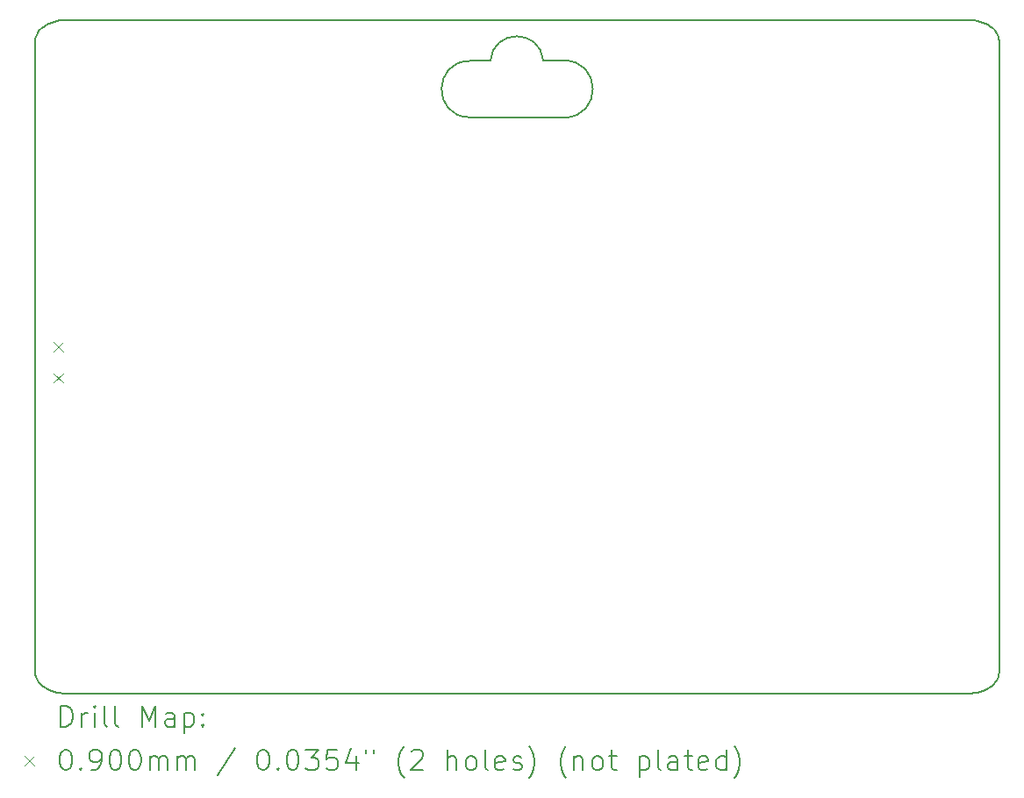
<source format=gbr>
%FSLAX45Y45*%
G04 Gerber Fmt 4.5, Leading zero omitted, Abs format (unit mm)*
G04 Created by KiCad (PCBNEW (6.0.0)) date 2022-05-24 10:02:27*
%MOMM*%
%LPD*%
G01*
G04 APERTURE LIST*
%TA.AperFunction,Profile*%
%ADD10C,0.150000*%
%TD*%
%ADD11C,0.200000*%
%TA.AperFunction,Profile*%
%ADD12C,0.200000*%
%TD*%
%ADD13C,0.090000*%
G04 APERTURE END LIST*
D10*
X15703662Y-6532487D02*
X15502662Y-6531487D01*
D11*
X19900999Y-12441083D02*
X19899456Y-12461785D01*
X19894925Y-12481876D01*
X19887556Y-12501256D01*
X19877496Y-12519825D01*
X19864894Y-12537482D01*
X19849899Y-12554129D01*
X19832660Y-12569665D01*
X19813324Y-12583990D01*
X19792041Y-12597004D01*
X19768958Y-12608607D01*
X19744225Y-12618699D01*
X19717990Y-12627181D01*
X19690401Y-12633951D01*
X19661607Y-12638911D01*
X19631757Y-12641961D01*
X19600999Y-12642999D01*
X19600999Y-6143000D02*
X19631757Y-6144039D01*
X19661607Y-6147088D01*
X19690401Y-6152048D01*
X19717990Y-6158819D01*
X19744225Y-6167300D01*
X19768958Y-6177393D01*
X19792041Y-6188996D01*
X19813324Y-6202010D01*
X19832660Y-6216335D01*
X19849899Y-6231871D01*
X19864894Y-6248517D01*
X19877496Y-6266175D01*
X19887556Y-6284744D01*
X19894925Y-6304123D01*
X19899456Y-6324214D01*
X19900999Y-6344916D01*
D12*
X10901000Y-6143000D02*
X10901000Y-6143000D01*
D10*
X15502662Y-6531487D02*
G75*
G03*
X14992662Y-6536487I-254802J-22701D01*
G01*
D11*
X10901000Y-12642999D02*
X10870242Y-12641961D01*
X10840392Y-12638911D01*
X10811598Y-12633951D01*
X10784009Y-12627181D01*
X10757774Y-12618699D01*
X10733041Y-12608607D01*
X10709958Y-12597004D01*
X10688675Y-12583990D01*
X10669339Y-12569665D01*
X10652099Y-12554129D01*
X10637104Y-12537482D01*
X10624503Y-12519825D01*
X10614443Y-12501256D01*
X10607073Y-12481876D01*
X10602543Y-12461785D01*
X10601000Y-12441083D01*
D12*
X19600999Y-12642999D02*
X10901000Y-12642999D01*
D10*
X15709662Y-7083487D02*
G75*
G03*
X15703662Y-6532487I-4164J275487D01*
G01*
D12*
X19900999Y-6344916D02*
X19900999Y-12441083D01*
D11*
X10601000Y-6344916D02*
X10602543Y-6324214D01*
X10607073Y-6304123D01*
X10614443Y-6284744D01*
X10624503Y-6266175D01*
X10637104Y-6248517D01*
X10652099Y-6231871D01*
X10669339Y-6216335D01*
X10688675Y-6202010D01*
X10709958Y-6188996D01*
X10733041Y-6177393D01*
X10757774Y-6167300D01*
X10784009Y-6158819D01*
X10811598Y-6152048D01*
X10840392Y-6147088D01*
X10870242Y-6144039D01*
X10901000Y-6143000D01*
D10*
X14791667Y-6536481D02*
X14992662Y-6536487D01*
X14791667Y-6536481D02*
G75*
G03*
X14786662Y-7080487I1529J-272040D01*
G01*
D12*
X10601000Y-12441083D02*
X10601000Y-6344916D01*
D10*
X15709662Y-7083487D02*
X14786662Y-7080487D01*
D12*
X10901000Y-6143000D02*
X19600999Y-6143000D01*
D11*
D13*
X10781400Y-9251260D02*
X10871400Y-9341260D01*
X10871400Y-9251260D02*
X10781400Y-9341260D01*
X10781400Y-9551260D02*
X10871400Y-9641260D01*
X10871400Y-9551260D02*
X10781400Y-9641260D01*
D11*
X10848619Y-12963476D02*
X10848619Y-12763476D01*
X10896238Y-12763476D01*
X10924809Y-12772999D01*
X10943857Y-12792047D01*
X10953381Y-12811095D01*
X10962904Y-12849190D01*
X10962904Y-12877761D01*
X10953381Y-12915857D01*
X10943857Y-12934904D01*
X10924809Y-12953952D01*
X10896238Y-12963476D01*
X10848619Y-12963476D01*
X11048619Y-12963476D02*
X11048619Y-12830142D01*
X11048619Y-12868237D02*
X11058142Y-12849190D01*
X11067666Y-12839666D01*
X11086714Y-12830142D01*
X11105762Y-12830142D01*
X11172428Y-12963476D02*
X11172428Y-12830142D01*
X11172428Y-12763476D02*
X11162904Y-12772999D01*
X11172428Y-12782523D01*
X11181952Y-12772999D01*
X11172428Y-12763476D01*
X11172428Y-12782523D01*
X11296238Y-12963476D02*
X11277190Y-12953952D01*
X11267666Y-12934904D01*
X11267666Y-12763476D01*
X11401000Y-12963476D02*
X11381952Y-12953952D01*
X11372428Y-12934904D01*
X11372428Y-12763476D01*
X11629571Y-12963476D02*
X11629571Y-12763476D01*
X11696238Y-12906333D01*
X11762904Y-12763476D01*
X11762904Y-12963476D01*
X11943857Y-12963476D02*
X11943857Y-12858714D01*
X11934333Y-12839666D01*
X11915285Y-12830142D01*
X11877190Y-12830142D01*
X11858142Y-12839666D01*
X11943857Y-12953952D02*
X11924809Y-12963476D01*
X11877190Y-12963476D01*
X11858142Y-12953952D01*
X11848619Y-12934904D01*
X11848619Y-12915857D01*
X11858142Y-12896809D01*
X11877190Y-12887285D01*
X11924809Y-12887285D01*
X11943857Y-12877761D01*
X12039095Y-12830142D02*
X12039095Y-13030142D01*
X12039095Y-12839666D02*
X12058142Y-12830142D01*
X12096238Y-12830142D01*
X12115285Y-12839666D01*
X12124809Y-12849190D01*
X12134333Y-12868237D01*
X12134333Y-12925380D01*
X12124809Y-12944428D01*
X12115285Y-12953952D01*
X12096238Y-12963476D01*
X12058142Y-12963476D01*
X12039095Y-12953952D01*
X12220047Y-12944428D02*
X12229571Y-12953952D01*
X12220047Y-12963476D01*
X12210523Y-12953952D01*
X12220047Y-12944428D01*
X12220047Y-12963476D01*
X12220047Y-12839666D02*
X12229571Y-12849190D01*
X12220047Y-12858714D01*
X12210523Y-12849190D01*
X12220047Y-12839666D01*
X12220047Y-12858714D01*
D13*
X10501000Y-13247999D02*
X10591000Y-13337999D01*
X10591000Y-13247999D02*
X10501000Y-13337999D01*
D11*
X10886714Y-13183476D02*
X10905762Y-13183476D01*
X10924809Y-13192999D01*
X10934333Y-13202523D01*
X10943857Y-13221571D01*
X10953381Y-13259666D01*
X10953381Y-13307285D01*
X10943857Y-13345380D01*
X10934333Y-13364428D01*
X10924809Y-13373952D01*
X10905762Y-13383476D01*
X10886714Y-13383476D01*
X10867666Y-13373952D01*
X10858142Y-13364428D01*
X10848619Y-13345380D01*
X10839095Y-13307285D01*
X10839095Y-13259666D01*
X10848619Y-13221571D01*
X10858142Y-13202523D01*
X10867666Y-13192999D01*
X10886714Y-13183476D01*
X11039095Y-13364428D02*
X11048619Y-13373952D01*
X11039095Y-13383476D01*
X11029571Y-13373952D01*
X11039095Y-13364428D01*
X11039095Y-13383476D01*
X11143857Y-13383476D02*
X11181952Y-13383476D01*
X11201000Y-13373952D01*
X11210523Y-13364428D01*
X11229571Y-13335857D01*
X11239095Y-13297761D01*
X11239095Y-13221571D01*
X11229571Y-13202523D01*
X11220047Y-13192999D01*
X11201000Y-13183476D01*
X11162904Y-13183476D01*
X11143857Y-13192999D01*
X11134333Y-13202523D01*
X11124809Y-13221571D01*
X11124809Y-13269190D01*
X11134333Y-13288237D01*
X11143857Y-13297761D01*
X11162904Y-13307285D01*
X11201000Y-13307285D01*
X11220047Y-13297761D01*
X11229571Y-13288237D01*
X11239095Y-13269190D01*
X11362904Y-13183476D02*
X11381952Y-13183476D01*
X11401000Y-13192999D01*
X11410523Y-13202523D01*
X11420047Y-13221571D01*
X11429571Y-13259666D01*
X11429571Y-13307285D01*
X11420047Y-13345380D01*
X11410523Y-13364428D01*
X11401000Y-13373952D01*
X11381952Y-13383476D01*
X11362904Y-13383476D01*
X11343857Y-13373952D01*
X11334333Y-13364428D01*
X11324809Y-13345380D01*
X11315285Y-13307285D01*
X11315285Y-13259666D01*
X11324809Y-13221571D01*
X11334333Y-13202523D01*
X11343857Y-13192999D01*
X11362904Y-13183476D01*
X11553380Y-13183476D02*
X11572428Y-13183476D01*
X11591476Y-13192999D01*
X11601000Y-13202523D01*
X11610523Y-13221571D01*
X11620047Y-13259666D01*
X11620047Y-13307285D01*
X11610523Y-13345380D01*
X11601000Y-13364428D01*
X11591476Y-13373952D01*
X11572428Y-13383476D01*
X11553380Y-13383476D01*
X11534333Y-13373952D01*
X11524809Y-13364428D01*
X11515285Y-13345380D01*
X11505761Y-13307285D01*
X11505761Y-13259666D01*
X11515285Y-13221571D01*
X11524809Y-13202523D01*
X11534333Y-13192999D01*
X11553380Y-13183476D01*
X11705761Y-13383476D02*
X11705761Y-13250142D01*
X11705761Y-13269190D02*
X11715285Y-13259666D01*
X11734333Y-13250142D01*
X11762904Y-13250142D01*
X11781952Y-13259666D01*
X11791476Y-13278714D01*
X11791476Y-13383476D01*
X11791476Y-13278714D02*
X11801000Y-13259666D01*
X11820047Y-13250142D01*
X11848619Y-13250142D01*
X11867666Y-13259666D01*
X11877190Y-13278714D01*
X11877190Y-13383476D01*
X11972428Y-13383476D02*
X11972428Y-13250142D01*
X11972428Y-13269190D02*
X11981952Y-13259666D01*
X12001000Y-13250142D01*
X12029571Y-13250142D01*
X12048619Y-13259666D01*
X12058142Y-13278714D01*
X12058142Y-13383476D01*
X12058142Y-13278714D02*
X12067666Y-13259666D01*
X12086714Y-13250142D01*
X12115285Y-13250142D01*
X12134333Y-13259666D01*
X12143857Y-13278714D01*
X12143857Y-13383476D01*
X12534333Y-13173952D02*
X12362904Y-13431095D01*
X12791476Y-13183476D02*
X12810523Y-13183476D01*
X12829571Y-13192999D01*
X12839095Y-13202523D01*
X12848619Y-13221571D01*
X12858142Y-13259666D01*
X12858142Y-13307285D01*
X12848619Y-13345380D01*
X12839095Y-13364428D01*
X12829571Y-13373952D01*
X12810523Y-13383476D01*
X12791476Y-13383476D01*
X12772428Y-13373952D01*
X12762904Y-13364428D01*
X12753380Y-13345380D01*
X12743857Y-13307285D01*
X12743857Y-13259666D01*
X12753380Y-13221571D01*
X12762904Y-13202523D01*
X12772428Y-13192999D01*
X12791476Y-13183476D01*
X12943857Y-13364428D02*
X12953380Y-13373952D01*
X12943857Y-13383476D01*
X12934333Y-13373952D01*
X12943857Y-13364428D01*
X12943857Y-13383476D01*
X13077190Y-13183476D02*
X13096238Y-13183476D01*
X13115285Y-13192999D01*
X13124809Y-13202523D01*
X13134333Y-13221571D01*
X13143857Y-13259666D01*
X13143857Y-13307285D01*
X13134333Y-13345380D01*
X13124809Y-13364428D01*
X13115285Y-13373952D01*
X13096238Y-13383476D01*
X13077190Y-13383476D01*
X13058142Y-13373952D01*
X13048619Y-13364428D01*
X13039095Y-13345380D01*
X13029571Y-13307285D01*
X13029571Y-13259666D01*
X13039095Y-13221571D01*
X13048619Y-13202523D01*
X13058142Y-13192999D01*
X13077190Y-13183476D01*
X13210523Y-13183476D02*
X13334333Y-13183476D01*
X13267666Y-13259666D01*
X13296238Y-13259666D01*
X13315285Y-13269190D01*
X13324809Y-13278714D01*
X13334333Y-13297761D01*
X13334333Y-13345380D01*
X13324809Y-13364428D01*
X13315285Y-13373952D01*
X13296238Y-13383476D01*
X13239095Y-13383476D01*
X13220047Y-13373952D01*
X13210523Y-13364428D01*
X13515285Y-13183476D02*
X13420047Y-13183476D01*
X13410523Y-13278714D01*
X13420047Y-13269190D01*
X13439095Y-13259666D01*
X13486714Y-13259666D01*
X13505761Y-13269190D01*
X13515285Y-13278714D01*
X13524809Y-13297761D01*
X13524809Y-13345380D01*
X13515285Y-13364428D01*
X13505761Y-13373952D01*
X13486714Y-13383476D01*
X13439095Y-13383476D01*
X13420047Y-13373952D01*
X13410523Y-13364428D01*
X13696238Y-13250142D02*
X13696238Y-13383476D01*
X13648619Y-13173952D02*
X13601000Y-13316809D01*
X13724809Y-13316809D01*
X13791476Y-13183476D02*
X13791476Y-13221571D01*
X13867666Y-13183476D02*
X13867666Y-13221571D01*
X14162904Y-13459666D02*
X14153380Y-13450142D01*
X14134333Y-13421571D01*
X14124809Y-13402523D01*
X14115285Y-13373952D01*
X14105761Y-13326333D01*
X14105761Y-13288237D01*
X14115285Y-13240618D01*
X14124809Y-13212047D01*
X14134333Y-13192999D01*
X14153380Y-13164428D01*
X14162904Y-13154904D01*
X14229571Y-13202523D02*
X14239095Y-13192999D01*
X14258142Y-13183476D01*
X14305761Y-13183476D01*
X14324809Y-13192999D01*
X14334333Y-13202523D01*
X14343857Y-13221571D01*
X14343857Y-13240618D01*
X14334333Y-13269190D01*
X14220047Y-13383476D01*
X14343857Y-13383476D01*
X14581952Y-13383476D02*
X14581952Y-13183476D01*
X14667666Y-13383476D02*
X14667666Y-13278714D01*
X14658142Y-13259666D01*
X14639095Y-13250142D01*
X14610523Y-13250142D01*
X14591476Y-13259666D01*
X14581952Y-13269190D01*
X14791476Y-13383476D02*
X14772428Y-13373952D01*
X14762904Y-13364428D01*
X14753380Y-13345380D01*
X14753380Y-13288237D01*
X14762904Y-13269190D01*
X14772428Y-13259666D01*
X14791476Y-13250142D01*
X14820047Y-13250142D01*
X14839095Y-13259666D01*
X14848619Y-13269190D01*
X14858142Y-13288237D01*
X14858142Y-13345380D01*
X14848619Y-13364428D01*
X14839095Y-13373952D01*
X14820047Y-13383476D01*
X14791476Y-13383476D01*
X14972428Y-13383476D02*
X14953380Y-13373952D01*
X14943857Y-13354904D01*
X14943857Y-13183476D01*
X15124809Y-13373952D02*
X15105761Y-13383476D01*
X15067666Y-13383476D01*
X15048619Y-13373952D01*
X15039095Y-13354904D01*
X15039095Y-13278714D01*
X15048619Y-13259666D01*
X15067666Y-13250142D01*
X15105761Y-13250142D01*
X15124809Y-13259666D01*
X15134333Y-13278714D01*
X15134333Y-13297761D01*
X15039095Y-13316809D01*
X15210523Y-13373952D02*
X15229571Y-13383476D01*
X15267666Y-13383476D01*
X15286714Y-13373952D01*
X15296238Y-13354904D01*
X15296238Y-13345380D01*
X15286714Y-13326333D01*
X15267666Y-13316809D01*
X15239095Y-13316809D01*
X15220047Y-13307285D01*
X15210523Y-13288237D01*
X15210523Y-13278714D01*
X15220047Y-13259666D01*
X15239095Y-13250142D01*
X15267666Y-13250142D01*
X15286714Y-13259666D01*
X15362904Y-13459666D02*
X15372428Y-13450142D01*
X15391476Y-13421571D01*
X15400999Y-13402523D01*
X15410523Y-13373952D01*
X15420047Y-13326333D01*
X15420047Y-13288237D01*
X15410523Y-13240618D01*
X15400999Y-13212047D01*
X15391476Y-13192999D01*
X15372428Y-13164428D01*
X15362904Y-13154904D01*
X15724809Y-13459666D02*
X15715285Y-13450142D01*
X15696238Y-13421571D01*
X15686714Y-13402523D01*
X15677190Y-13373952D01*
X15667666Y-13326333D01*
X15667666Y-13288237D01*
X15677190Y-13240618D01*
X15686714Y-13212047D01*
X15696238Y-13192999D01*
X15715285Y-13164428D01*
X15724809Y-13154904D01*
X15800999Y-13250142D02*
X15800999Y-13383476D01*
X15800999Y-13269190D02*
X15810523Y-13259666D01*
X15829571Y-13250142D01*
X15858142Y-13250142D01*
X15877190Y-13259666D01*
X15886714Y-13278714D01*
X15886714Y-13383476D01*
X16010523Y-13383476D02*
X15991476Y-13373952D01*
X15981952Y-13364428D01*
X15972428Y-13345380D01*
X15972428Y-13288237D01*
X15981952Y-13269190D01*
X15991476Y-13259666D01*
X16010523Y-13250142D01*
X16039095Y-13250142D01*
X16058142Y-13259666D01*
X16067666Y-13269190D01*
X16077190Y-13288237D01*
X16077190Y-13345380D01*
X16067666Y-13364428D01*
X16058142Y-13373952D01*
X16039095Y-13383476D01*
X16010523Y-13383476D01*
X16134333Y-13250142D02*
X16210523Y-13250142D01*
X16162904Y-13183476D02*
X16162904Y-13354904D01*
X16172428Y-13373952D01*
X16191476Y-13383476D01*
X16210523Y-13383476D01*
X16429571Y-13250142D02*
X16429571Y-13450142D01*
X16429571Y-13259666D02*
X16448619Y-13250142D01*
X16486714Y-13250142D01*
X16505761Y-13259666D01*
X16515285Y-13269190D01*
X16524809Y-13288237D01*
X16524809Y-13345380D01*
X16515285Y-13364428D01*
X16505761Y-13373952D01*
X16486714Y-13383476D01*
X16448619Y-13383476D01*
X16429571Y-13373952D01*
X16639095Y-13383476D02*
X16620047Y-13373952D01*
X16610523Y-13354904D01*
X16610523Y-13183476D01*
X16801000Y-13383476D02*
X16801000Y-13278714D01*
X16791476Y-13259666D01*
X16772428Y-13250142D01*
X16734333Y-13250142D01*
X16715285Y-13259666D01*
X16801000Y-13373952D02*
X16781952Y-13383476D01*
X16734333Y-13383476D01*
X16715285Y-13373952D01*
X16705761Y-13354904D01*
X16705761Y-13335857D01*
X16715285Y-13316809D01*
X16734333Y-13307285D01*
X16781952Y-13307285D01*
X16801000Y-13297761D01*
X16867666Y-13250142D02*
X16943857Y-13250142D01*
X16896238Y-13183476D02*
X16896238Y-13354904D01*
X16905762Y-13373952D01*
X16924809Y-13383476D01*
X16943857Y-13383476D01*
X17086714Y-13373952D02*
X17067666Y-13383476D01*
X17029571Y-13383476D01*
X17010523Y-13373952D01*
X17001000Y-13354904D01*
X17001000Y-13278714D01*
X17010523Y-13259666D01*
X17029571Y-13250142D01*
X17067666Y-13250142D01*
X17086714Y-13259666D01*
X17096238Y-13278714D01*
X17096238Y-13297761D01*
X17001000Y-13316809D01*
X17267666Y-13383476D02*
X17267666Y-13183476D01*
X17267666Y-13373952D02*
X17248619Y-13383476D01*
X17210523Y-13383476D01*
X17191476Y-13373952D01*
X17181952Y-13364428D01*
X17172428Y-13345380D01*
X17172428Y-13288237D01*
X17181952Y-13269190D01*
X17191476Y-13259666D01*
X17210523Y-13250142D01*
X17248619Y-13250142D01*
X17267666Y-13259666D01*
X17343857Y-13459666D02*
X17353381Y-13450142D01*
X17372428Y-13421571D01*
X17381952Y-13402523D01*
X17391476Y-13373952D01*
X17401000Y-13326333D01*
X17401000Y-13288237D01*
X17391476Y-13240618D01*
X17381952Y-13212047D01*
X17372428Y-13192999D01*
X17353381Y-13164428D01*
X17343857Y-13154904D01*
M02*

</source>
